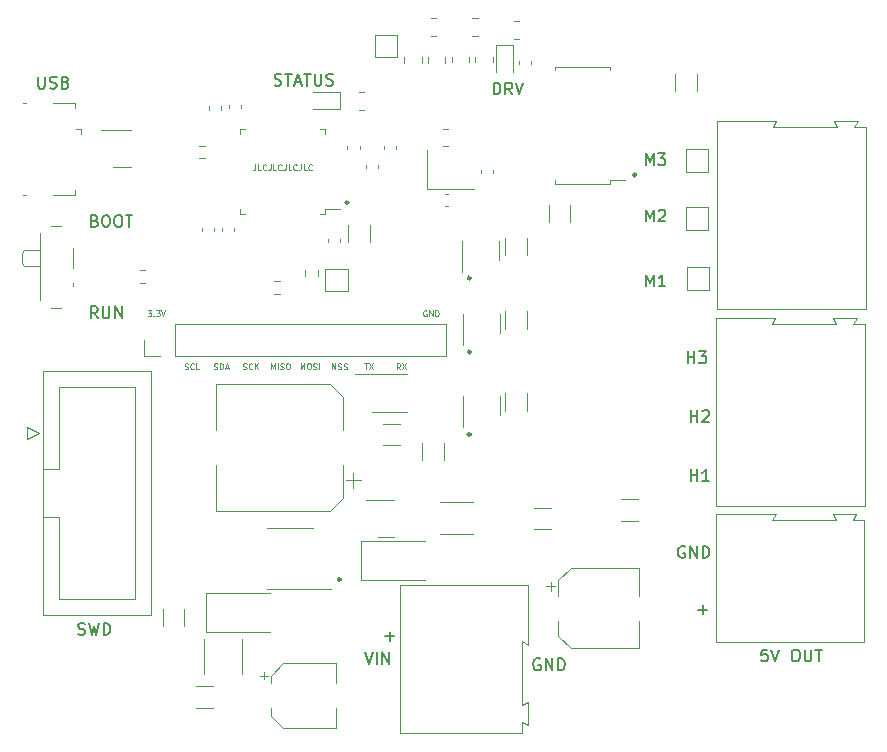
<source format=gbr>
%TF.GenerationSoftware,KiCad,Pcbnew,(6.0.5)*%
%TF.CreationDate,2022-05-23T21:52:17-04:00*%
%TF.ProjectId,HVAC_STM32_Motor_Controller,48564143-5f53-4544-9d33-325f4d6f746f,rev?*%
%TF.SameCoordinates,Original*%
%TF.FileFunction,Legend,Top*%
%TF.FilePolarity,Positive*%
%FSLAX46Y46*%
G04 Gerber Fmt 4.6, Leading zero omitted, Abs format (unit mm)*
G04 Created by KiCad (PCBNEW (6.0.5)) date 2022-05-23 21:52:17*
%MOMM*%
%LPD*%
G01*
G04 APERTURE LIST*
%ADD10C,0.100000*%
%ADD11C,0.177800*%
%ADD12C,0.238900*%
%ADD13C,0.120000*%
G04 APERTURE END LIST*
D10*
X119640476Y-78626190D02*
X119640476Y-78983333D01*
X119616666Y-79054761D01*
X119569047Y-79102380D01*
X119497619Y-79126190D01*
X119450000Y-79126190D01*
X120116666Y-79126190D02*
X119878571Y-79126190D01*
X119878571Y-78626190D01*
X120569047Y-79078571D02*
X120545238Y-79102380D01*
X120473809Y-79126190D01*
X120426190Y-79126190D01*
X120354761Y-79102380D01*
X120307142Y-79054761D01*
X120283333Y-79007142D01*
X120259523Y-78911904D01*
X120259523Y-78840476D01*
X120283333Y-78745238D01*
X120307142Y-78697619D01*
X120354761Y-78650000D01*
X120426190Y-78626190D01*
X120473809Y-78626190D01*
X120545238Y-78650000D01*
X120569047Y-78673809D01*
X120926190Y-78626190D02*
X120926190Y-78983333D01*
X120902380Y-79054761D01*
X120854761Y-79102380D01*
X120783333Y-79126190D01*
X120735714Y-79126190D01*
X121402380Y-79126190D02*
X121164285Y-79126190D01*
X121164285Y-78626190D01*
X121854761Y-79078571D02*
X121830952Y-79102380D01*
X121759523Y-79126190D01*
X121711904Y-79126190D01*
X121640476Y-79102380D01*
X121592857Y-79054761D01*
X121569047Y-79007142D01*
X121545238Y-78911904D01*
X121545238Y-78840476D01*
X121569047Y-78745238D01*
X121592857Y-78697619D01*
X121640476Y-78650000D01*
X121711904Y-78626190D01*
X121759523Y-78626190D01*
X121830952Y-78650000D01*
X121854761Y-78673809D01*
X122211904Y-78626190D02*
X122211904Y-78983333D01*
X122188095Y-79054761D01*
X122140476Y-79102380D01*
X122069047Y-79126190D01*
X122021428Y-79126190D01*
X122688095Y-79126190D02*
X122450000Y-79126190D01*
X122450000Y-78626190D01*
X123140476Y-79078571D02*
X123116666Y-79102380D01*
X123045238Y-79126190D01*
X122997619Y-79126190D01*
X122926190Y-79102380D01*
X122878571Y-79054761D01*
X122854761Y-79007142D01*
X122830952Y-78911904D01*
X122830952Y-78840476D01*
X122854761Y-78745238D01*
X122878571Y-78697619D01*
X122926190Y-78650000D01*
X122997619Y-78626190D01*
X123045238Y-78626190D01*
X123116666Y-78650000D01*
X123140476Y-78673809D01*
X123497619Y-78626190D02*
X123497619Y-78983333D01*
X123473809Y-79054761D01*
X123426190Y-79102380D01*
X123354761Y-79126190D01*
X123307142Y-79126190D01*
X123973809Y-79126190D02*
X123735714Y-79126190D01*
X123735714Y-78626190D01*
X124426190Y-79078571D02*
X124402380Y-79102380D01*
X124330952Y-79126190D01*
X124283333Y-79126190D01*
X124211904Y-79102380D01*
X124164285Y-79054761D01*
X124140476Y-79007142D01*
X124116666Y-78911904D01*
X124116666Y-78840476D01*
X124140476Y-78745238D01*
X124164285Y-78697619D01*
X124211904Y-78650000D01*
X124283333Y-78626190D01*
X124330952Y-78626190D01*
X124402380Y-78650000D01*
X124426190Y-78673809D01*
D11*
X106042857Y-83403571D02*
X106185714Y-83451190D01*
X106233333Y-83498809D01*
X106280952Y-83594047D01*
X106280952Y-83736904D01*
X106233333Y-83832142D01*
X106185714Y-83879761D01*
X106090476Y-83927380D01*
X105709523Y-83927380D01*
X105709523Y-82927380D01*
X106042857Y-82927380D01*
X106138095Y-82975000D01*
X106185714Y-83022619D01*
X106233333Y-83117857D01*
X106233333Y-83213095D01*
X106185714Y-83308333D01*
X106138095Y-83355952D01*
X106042857Y-83403571D01*
X105709523Y-83403571D01*
X106900000Y-82927380D02*
X107090476Y-82927380D01*
X107185714Y-82975000D01*
X107280952Y-83070238D01*
X107328571Y-83260714D01*
X107328571Y-83594047D01*
X107280952Y-83784523D01*
X107185714Y-83879761D01*
X107090476Y-83927380D01*
X106900000Y-83927380D01*
X106804761Y-83879761D01*
X106709523Y-83784523D01*
X106661904Y-83594047D01*
X106661904Y-83260714D01*
X106709523Y-83070238D01*
X106804761Y-82975000D01*
X106900000Y-82927380D01*
X107947619Y-82927380D02*
X108138095Y-82927380D01*
X108233333Y-82975000D01*
X108328571Y-83070238D01*
X108376190Y-83260714D01*
X108376190Y-83594047D01*
X108328571Y-83784523D01*
X108233333Y-83879761D01*
X108138095Y-83927380D01*
X107947619Y-83927380D01*
X107852380Y-83879761D01*
X107757142Y-83784523D01*
X107709523Y-83594047D01*
X107709523Y-83260714D01*
X107757142Y-83070238D01*
X107852380Y-82975000D01*
X107947619Y-82927380D01*
X108661904Y-82927380D02*
X109233333Y-82927380D01*
X108947619Y-83927380D02*
X108947619Y-82927380D01*
D12*
X126869450Y-113750000D02*
G75*
G03*
X126869450Y-113750000I-119450J0D01*
G01*
X137869450Y-101500000D02*
G75*
G03*
X137869450Y-101500000I-119450J0D01*
G01*
X137869450Y-94500000D02*
G75*
G03*
X137869450Y-94500000I-119450J0D01*
G01*
X137869450Y-88250000D02*
G75*
G03*
X137869450Y-88250000I-119450J0D01*
G01*
X151869450Y-79500000D02*
G75*
G03*
X151869450Y-79500000I-119450J0D01*
G01*
X127519450Y-81850000D02*
G75*
G03*
X127519450Y-81850000I-119450J0D01*
G01*
D11*
X155988095Y-111000000D02*
X155892857Y-110952380D01*
X155750000Y-110952380D01*
X155607142Y-111000000D01*
X155511904Y-111095238D01*
X155464285Y-111190476D01*
X155416666Y-111380952D01*
X155416666Y-111523809D01*
X155464285Y-111714285D01*
X155511904Y-111809523D01*
X155607142Y-111904761D01*
X155750000Y-111952380D01*
X155845238Y-111952380D01*
X155988095Y-111904761D01*
X156035714Y-111857142D01*
X156035714Y-111523809D01*
X155845238Y-111523809D01*
X156464285Y-111952380D02*
X156464285Y-110952380D01*
X157035714Y-111952380D01*
X157035714Y-110952380D01*
X157511904Y-111952380D02*
X157511904Y-110952380D01*
X157750000Y-110952380D01*
X157892857Y-111000000D01*
X157988095Y-111095238D01*
X158035714Y-111190476D01*
X158083333Y-111380952D01*
X158083333Y-111523809D01*
X158035714Y-111714285D01*
X157988095Y-111809523D01*
X157892857Y-111904761D01*
X157750000Y-111952380D01*
X157511904Y-111952380D01*
X101238095Y-71202380D02*
X101238095Y-72011904D01*
X101285714Y-72107142D01*
X101333333Y-72154761D01*
X101428571Y-72202380D01*
X101619047Y-72202380D01*
X101714285Y-72154761D01*
X101761904Y-72107142D01*
X101809523Y-72011904D01*
X101809523Y-71202380D01*
X102238095Y-72154761D02*
X102380952Y-72202380D01*
X102619047Y-72202380D01*
X102714285Y-72154761D01*
X102761904Y-72107142D01*
X102809523Y-72011904D01*
X102809523Y-71916666D01*
X102761904Y-71821428D01*
X102714285Y-71773809D01*
X102619047Y-71726190D01*
X102428571Y-71678571D01*
X102333333Y-71630952D01*
X102285714Y-71583333D01*
X102238095Y-71488095D01*
X102238095Y-71392857D01*
X102285714Y-71297619D01*
X102333333Y-71250000D01*
X102428571Y-71202380D01*
X102666666Y-71202380D01*
X102809523Y-71250000D01*
X103571428Y-71678571D02*
X103714285Y-71726190D01*
X103761904Y-71773809D01*
X103809523Y-71869047D01*
X103809523Y-72011904D01*
X103761904Y-72107142D01*
X103714285Y-72154761D01*
X103619047Y-72202380D01*
X103238095Y-72202380D01*
X103238095Y-71202380D01*
X103571428Y-71202380D01*
X103666666Y-71250000D01*
X103714285Y-71297619D01*
X103761904Y-71392857D01*
X103761904Y-71488095D01*
X103714285Y-71583333D01*
X103666666Y-71630952D01*
X103571428Y-71678571D01*
X103238095Y-71678571D01*
X152690476Y-78702380D02*
X152690476Y-77702380D01*
X153023809Y-78416666D01*
X153357142Y-77702380D01*
X153357142Y-78702380D01*
X153738095Y-77702380D02*
X154357142Y-77702380D01*
X154023809Y-78083333D01*
X154166666Y-78083333D01*
X154261904Y-78130952D01*
X154309523Y-78178571D01*
X154357142Y-78273809D01*
X154357142Y-78511904D01*
X154309523Y-78607142D01*
X154261904Y-78654761D01*
X154166666Y-78702380D01*
X153880952Y-78702380D01*
X153785714Y-78654761D01*
X153738095Y-78607142D01*
X152690476Y-83452380D02*
X152690476Y-82452380D01*
X153023809Y-83166666D01*
X153357142Y-82452380D01*
X153357142Y-83452380D01*
X153785714Y-82547619D02*
X153833333Y-82500000D01*
X153928571Y-82452380D01*
X154166666Y-82452380D01*
X154261904Y-82500000D01*
X154309523Y-82547619D01*
X154357142Y-82642857D01*
X154357142Y-82738095D01*
X154309523Y-82880952D01*
X153738095Y-83452380D01*
X154357142Y-83452380D01*
X152690476Y-88952380D02*
X152690476Y-87952380D01*
X153023809Y-88666666D01*
X153357142Y-87952380D01*
X153357142Y-88952380D01*
X154357142Y-88952380D02*
X153785714Y-88952380D01*
X154071428Y-88952380D02*
X154071428Y-87952380D01*
X153976190Y-88095238D01*
X153880952Y-88190476D01*
X153785714Y-88238095D01*
X156238095Y-95452380D02*
X156238095Y-94452380D01*
X156238095Y-94928571D02*
X156809523Y-94928571D01*
X156809523Y-95452380D02*
X156809523Y-94452380D01*
X157190476Y-94452380D02*
X157809523Y-94452380D01*
X157476190Y-94833333D01*
X157619047Y-94833333D01*
X157714285Y-94880952D01*
X157761904Y-94928571D01*
X157809523Y-95023809D01*
X157809523Y-95261904D01*
X157761904Y-95357142D01*
X157714285Y-95404761D01*
X157619047Y-95452380D01*
X157333333Y-95452380D01*
X157238095Y-95404761D01*
X157190476Y-95357142D01*
X156488095Y-100452380D02*
X156488095Y-99452380D01*
X156488095Y-99928571D02*
X157059523Y-99928571D01*
X157059523Y-100452380D02*
X157059523Y-99452380D01*
X157488095Y-99547619D02*
X157535714Y-99500000D01*
X157630952Y-99452380D01*
X157869047Y-99452380D01*
X157964285Y-99500000D01*
X158011904Y-99547619D01*
X158059523Y-99642857D01*
X158059523Y-99738095D01*
X158011904Y-99880952D01*
X157440476Y-100452380D01*
X158059523Y-100452380D01*
X156488095Y-105452380D02*
X156488095Y-104452380D01*
X156488095Y-104928571D02*
X157059523Y-104928571D01*
X157059523Y-105452380D02*
X157059523Y-104452380D01*
X158059523Y-105452380D02*
X157488095Y-105452380D01*
X157773809Y-105452380D02*
X157773809Y-104452380D01*
X157678571Y-104595238D01*
X157583333Y-104690476D01*
X157488095Y-104738095D01*
X157119047Y-116321428D02*
X157880952Y-116321428D01*
X157500000Y-116702380D02*
X157500000Y-115940476D01*
X163000000Y-119702380D02*
X162523809Y-119702380D01*
X162476190Y-120178571D01*
X162523809Y-120130952D01*
X162619047Y-120083333D01*
X162857142Y-120083333D01*
X162952380Y-120130952D01*
X163000000Y-120178571D01*
X163047619Y-120273809D01*
X163047619Y-120511904D01*
X163000000Y-120607142D01*
X162952380Y-120654761D01*
X162857142Y-120702380D01*
X162619047Y-120702380D01*
X162523809Y-120654761D01*
X162476190Y-120607142D01*
X163333333Y-119702380D02*
X163666666Y-120702380D01*
X164000000Y-119702380D01*
X165285714Y-119702380D02*
X165476190Y-119702380D01*
X165571428Y-119750000D01*
X165666666Y-119845238D01*
X165714285Y-120035714D01*
X165714285Y-120369047D01*
X165666666Y-120559523D01*
X165571428Y-120654761D01*
X165476190Y-120702380D01*
X165285714Y-120702380D01*
X165190476Y-120654761D01*
X165095238Y-120559523D01*
X165047619Y-120369047D01*
X165047619Y-120035714D01*
X165095238Y-119845238D01*
X165190476Y-119750000D01*
X165285714Y-119702380D01*
X166142857Y-119702380D02*
X166142857Y-120511904D01*
X166190476Y-120607142D01*
X166238095Y-120654761D01*
X166333333Y-120702380D01*
X166523809Y-120702380D01*
X166619047Y-120654761D01*
X166666666Y-120607142D01*
X166714285Y-120511904D01*
X166714285Y-119702380D01*
X167047619Y-119702380D02*
X167619047Y-119702380D01*
X167333333Y-120702380D02*
X167333333Y-119702380D01*
X130619047Y-118571428D02*
X131380952Y-118571428D01*
X131000000Y-118952380D02*
X131000000Y-118190476D01*
X143738095Y-120500000D02*
X143642857Y-120452380D01*
X143500000Y-120452380D01*
X143357142Y-120500000D01*
X143261904Y-120595238D01*
X143214285Y-120690476D01*
X143166666Y-120880952D01*
X143166666Y-121023809D01*
X143214285Y-121214285D01*
X143261904Y-121309523D01*
X143357142Y-121404761D01*
X143500000Y-121452380D01*
X143595238Y-121452380D01*
X143738095Y-121404761D01*
X143785714Y-121357142D01*
X143785714Y-121023809D01*
X143595238Y-121023809D01*
X144214285Y-121452380D02*
X144214285Y-120452380D01*
X144785714Y-121452380D01*
X144785714Y-120452380D01*
X145261904Y-121452380D02*
X145261904Y-120452380D01*
X145500000Y-120452380D01*
X145642857Y-120500000D01*
X145738095Y-120595238D01*
X145785714Y-120690476D01*
X145833333Y-120880952D01*
X145833333Y-121023809D01*
X145785714Y-121214285D01*
X145738095Y-121309523D01*
X145642857Y-121404761D01*
X145500000Y-121452380D01*
X145261904Y-121452380D01*
X128904761Y-119952380D02*
X129238095Y-120952380D01*
X129571428Y-119952380D01*
X129904761Y-120952380D02*
X129904761Y-119952380D01*
X130380952Y-120952380D02*
X130380952Y-119952380D01*
X130952380Y-120952380D01*
X130952380Y-119952380D01*
X121273809Y-71904761D02*
X121416666Y-71952380D01*
X121654761Y-71952380D01*
X121750000Y-71904761D01*
X121797619Y-71857142D01*
X121845238Y-71761904D01*
X121845238Y-71666666D01*
X121797619Y-71571428D01*
X121750000Y-71523809D01*
X121654761Y-71476190D01*
X121464285Y-71428571D01*
X121369047Y-71380952D01*
X121321428Y-71333333D01*
X121273809Y-71238095D01*
X121273809Y-71142857D01*
X121321428Y-71047619D01*
X121369047Y-71000000D01*
X121464285Y-70952380D01*
X121702380Y-70952380D01*
X121845238Y-71000000D01*
X122130952Y-70952380D02*
X122702380Y-70952380D01*
X122416666Y-71952380D02*
X122416666Y-70952380D01*
X122988095Y-71666666D02*
X123464285Y-71666666D01*
X122892857Y-71952380D02*
X123226190Y-70952380D01*
X123559523Y-71952380D01*
X123750000Y-70952380D02*
X124321428Y-70952380D01*
X124035714Y-71952380D02*
X124035714Y-70952380D01*
X124654761Y-70952380D02*
X124654761Y-71761904D01*
X124702380Y-71857142D01*
X124750000Y-71904761D01*
X124845238Y-71952380D01*
X125035714Y-71952380D01*
X125130952Y-71904761D01*
X125178571Y-71857142D01*
X125226190Y-71761904D01*
X125226190Y-70952380D01*
X125654761Y-71904761D02*
X125797619Y-71952380D01*
X126035714Y-71952380D01*
X126130952Y-71904761D01*
X126178571Y-71857142D01*
X126226190Y-71761904D01*
X126226190Y-71666666D01*
X126178571Y-71571428D01*
X126130952Y-71523809D01*
X126035714Y-71476190D01*
X125845238Y-71428571D01*
X125750000Y-71380952D01*
X125702380Y-71333333D01*
X125654761Y-71238095D01*
X125654761Y-71142857D01*
X125702380Y-71047619D01*
X125750000Y-71000000D01*
X125845238Y-70952380D01*
X126083333Y-70952380D01*
X126226190Y-71000000D01*
X139809523Y-72702380D02*
X139809523Y-71702380D01*
X140047619Y-71702380D01*
X140190476Y-71750000D01*
X140285714Y-71845238D01*
X140333333Y-71940476D01*
X140380952Y-72130952D01*
X140380952Y-72273809D01*
X140333333Y-72464285D01*
X140285714Y-72559523D01*
X140190476Y-72654761D01*
X140047619Y-72702380D01*
X139809523Y-72702380D01*
X141380952Y-72702380D02*
X141047619Y-72226190D01*
X140809523Y-72702380D02*
X140809523Y-71702380D01*
X141190476Y-71702380D01*
X141285714Y-71750000D01*
X141333333Y-71797619D01*
X141380952Y-71892857D01*
X141380952Y-72035714D01*
X141333333Y-72130952D01*
X141285714Y-72178571D01*
X141190476Y-72226190D01*
X140809523Y-72226190D01*
X141666666Y-71702380D02*
X142000000Y-72702380D01*
X142333333Y-71702380D01*
D10*
X110511904Y-90976190D02*
X110821428Y-90976190D01*
X110654761Y-91166666D01*
X110726190Y-91166666D01*
X110773809Y-91190476D01*
X110797619Y-91214285D01*
X110821428Y-91261904D01*
X110821428Y-91380952D01*
X110797619Y-91428571D01*
X110773809Y-91452380D01*
X110726190Y-91476190D01*
X110583333Y-91476190D01*
X110535714Y-91452380D01*
X110511904Y-91428571D01*
X111035714Y-91428571D02*
X111059523Y-91452380D01*
X111035714Y-91476190D01*
X111011904Y-91452380D01*
X111035714Y-91428571D01*
X111035714Y-91476190D01*
X111226190Y-90976190D02*
X111535714Y-90976190D01*
X111369047Y-91166666D01*
X111440476Y-91166666D01*
X111488095Y-91190476D01*
X111511904Y-91214285D01*
X111535714Y-91261904D01*
X111535714Y-91380952D01*
X111511904Y-91428571D01*
X111488095Y-91452380D01*
X111440476Y-91476190D01*
X111297619Y-91476190D01*
X111250000Y-91452380D01*
X111226190Y-91428571D01*
X111678571Y-90976190D02*
X111845238Y-91476190D01*
X112011904Y-90976190D01*
X134119047Y-91000000D02*
X134071428Y-90976190D01*
X134000000Y-90976190D01*
X133928571Y-91000000D01*
X133880952Y-91047619D01*
X133857142Y-91095238D01*
X133833333Y-91190476D01*
X133833333Y-91261904D01*
X133857142Y-91357142D01*
X133880952Y-91404761D01*
X133928571Y-91452380D01*
X134000000Y-91476190D01*
X134047619Y-91476190D01*
X134119047Y-91452380D01*
X134142857Y-91428571D01*
X134142857Y-91261904D01*
X134047619Y-91261904D01*
X134357142Y-91476190D02*
X134357142Y-90976190D01*
X134642857Y-91476190D01*
X134642857Y-90976190D01*
X134880952Y-91476190D02*
X134880952Y-90976190D01*
X135000000Y-90976190D01*
X135071428Y-91000000D01*
X135119047Y-91047619D01*
X135142857Y-91095238D01*
X135166666Y-91190476D01*
X135166666Y-91261904D01*
X135142857Y-91357142D01*
X135119047Y-91404761D01*
X135071428Y-91452380D01*
X135000000Y-91476190D01*
X134880952Y-91476190D01*
X131916666Y-95976190D02*
X131750000Y-95738095D01*
X131630952Y-95976190D02*
X131630952Y-95476190D01*
X131821428Y-95476190D01*
X131869047Y-95500000D01*
X131892857Y-95523809D01*
X131916666Y-95571428D01*
X131916666Y-95642857D01*
X131892857Y-95690476D01*
X131869047Y-95714285D01*
X131821428Y-95738095D01*
X131630952Y-95738095D01*
X132083333Y-95476190D02*
X132416666Y-95976190D01*
X132416666Y-95476190D02*
X132083333Y-95976190D01*
X128869047Y-95476190D02*
X129154761Y-95476190D01*
X129011904Y-95976190D02*
X129011904Y-95476190D01*
X129273809Y-95476190D02*
X129607142Y-95976190D01*
X129607142Y-95476190D02*
X129273809Y-95976190D01*
X126130952Y-95976190D02*
X126130952Y-95476190D01*
X126416666Y-95976190D01*
X126416666Y-95476190D01*
X126630952Y-95952380D02*
X126702380Y-95976190D01*
X126821428Y-95976190D01*
X126869047Y-95952380D01*
X126892857Y-95928571D01*
X126916666Y-95880952D01*
X126916666Y-95833333D01*
X126892857Y-95785714D01*
X126869047Y-95761904D01*
X126821428Y-95738095D01*
X126726190Y-95714285D01*
X126678571Y-95690476D01*
X126654761Y-95666666D01*
X126630952Y-95619047D01*
X126630952Y-95571428D01*
X126654761Y-95523809D01*
X126678571Y-95500000D01*
X126726190Y-95476190D01*
X126845238Y-95476190D01*
X126916666Y-95500000D01*
X127107142Y-95952380D02*
X127178571Y-95976190D01*
X127297619Y-95976190D01*
X127345238Y-95952380D01*
X127369047Y-95928571D01*
X127392857Y-95880952D01*
X127392857Y-95833333D01*
X127369047Y-95785714D01*
X127345238Y-95761904D01*
X127297619Y-95738095D01*
X127202380Y-95714285D01*
X127154761Y-95690476D01*
X127130952Y-95666666D01*
X127107142Y-95619047D01*
X127107142Y-95571428D01*
X127130952Y-95523809D01*
X127154761Y-95500000D01*
X127202380Y-95476190D01*
X127321428Y-95476190D01*
X127392857Y-95500000D01*
X123464285Y-95976190D02*
X123464285Y-95476190D01*
X123630952Y-95833333D01*
X123797619Y-95476190D01*
X123797619Y-95976190D01*
X124130952Y-95476190D02*
X124226190Y-95476190D01*
X124273809Y-95500000D01*
X124321428Y-95547619D01*
X124345238Y-95642857D01*
X124345238Y-95809523D01*
X124321428Y-95904761D01*
X124273809Y-95952380D01*
X124226190Y-95976190D01*
X124130952Y-95976190D01*
X124083333Y-95952380D01*
X124035714Y-95904761D01*
X124011904Y-95809523D01*
X124011904Y-95642857D01*
X124035714Y-95547619D01*
X124083333Y-95500000D01*
X124130952Y-95476190D01*
X124535714Y-95952380D02*
X124607142Y-95976190D01*
X124726190Y-95976190D01*
X124773809Y-95952380D01*
X124797619Y-95928571D01*
X124821428Y-95880952D01*
X124821428Y-95833333D01*
X124797619Y-95785714D01*
X124773809Y-95761904D01*
X124726190Y-95738095D01*
X124630952Y-95714285D01*
X124583333Y-95690476D01*
X124559523Y-95666666D01*
X124535714Y-95619047D01*
X124535714Y-95571428D01*
X124559523Y-95523809D01*
X124583333Y-95500000D01*
X124630952Y-95476190D01*
X124750000Y-95476190D01*
X124821428Y-95500000D01*
X125035714Y-95976190D02*
X125035714Y-95476190D01*
X120964285Y-95976190D02*
X120964285Y-95476190D01*
X121130952Y-95833333D01*
X121297619Y-95476190D01*
X121297619Y-95976190D01*
X121535714Y-95976190D02*
X121535714Y-95476190D01*
X121750000Y-95952380D02*
X121821428Y-95976190D01*
X121940476Y-95976190D01*
X121988095Y-95952380D01*
X122011904Y-95928571D01*
X122035714Y-95880952D01*
X122035714Y-95833333D01*
X122011904Y-95785714D01*
X121988095Y-95761904D01*
X121940476Y-95738095D01*
X121845238Y-95714285D01*
X121797619Y-95690476D01*
X121773809Y-95666666D01*
X121750000Y-95619047D01*
X121750000Y-95571428D01*
X121773809Y-95523809D01*
X121797619Y-95500000D01*
X121845238Y-95476190D01*
X121964285Y-95476190D01*
X122035714Y-95500000D01*
X122345238Y-95476190D02*
X122440476Y-95476190D01*
X122488095Y-95500000D01*
X122535714Y-95547619D01*
X122559523Y-95642857D01*
X122559523Y-95809523D01*
X122535714Y-95904761D01*
X122488095Y-95952380D01*
X122440476Y-95976190D01*
X122345238Y-95976190D01*
X122297619Y-95952380D01*
X122250000Y-95904761D01*
X122226190Y-95809523D01*
X122226190Y-95642857D01*
X122250000Y-95547619D01*
X122297619Y-95500000D01*
X122345238Y-95476190D01*
X118607142Y-95952380D02*
X118678571Y-95976190D01*
X118797619Y-95976190D01*
X118845238Y-95952380D01*
X118869047Y-95928571D01*
X118892857Y-95880952D01*
X118892857Y-95833333D01*
X118869047Y-95785714D01*
X118845238Y-95761904D01*
X118797619Y-95738095D01*
X118702380Y-95714285D01*
X118654761Y-95690476D01*
X118630952Y-95666666D01*
X118607142Y-95619047D01*
X118607142Y-95571428D01*
X118630952Y-95523809D01*
X118654761Y-95500000D01*
X118702380Y-95476190D01*
X118821428Y-95476190D01*
X118892857Y-95500000D01*
X119392857Y-95928571D02*
X119369047Y-95952380D01*
X119297619Y-95976190D01*
X119250000Y-95976190D01*
X119178571Y-95952380D01*
X119130952Y-95904761D01*
X119107142Y-95857142D01*
X119083333Y-95761904D01*
X119083333Y-95690476D01*
X119107142Y-95595238D01*
X119130952Y-95547619D01*
X119178571Y-95500000D01*
X119250000Y-95476190D01*
X119297619Y-95476190D01*
X119369047Y-95500000D01*
X119392857Y-95523809D01*
X119607142Y-95976190D02*
X119607142Y-95476190D01*
X119892857Y-95976190D02*
X119678571Y-95690476D01*
X119892857Y-95476190D02*
X119607142Y-95761904D01*
X116142857Y-95952380D02*
X116214285Y-95976190D01*
X116333333Y-95976190D01*
X116380952Y-95952380D01*
X116404761Y-95928571D01*
X116428571Y-95880952D01*
X116428571Y-95833333D01*
X116404761Y-95785714D01*
X116380952Y-95761904D01*
X116333333Y-95738095D01*
X116238095Y-95714285D01*
X116190476Y-95690476D01*
X116166666Y-95666666D01*
X116142857Y-95619047D01*
X116142857Y-95571428D01*
X116166666Y-95523809D01*
X116190476Y-95500000D01*
X116238095Y-95476190D01*
X116357142Y-95476190D01*
X116428571Y-95500000D01*
X116642857Y-95976190D02*
X116642857Y-95476190D01*
X116761904Y-95476190D01*
X116833333Y-95500000D01*
X116880952Y-95547619D01*
X116904761Y-95595238D01*
X116928571Y-95690476D01*
X116928571Y-95761904D01*
X116904761Y-95857142D01*
X116880952Y-95904761D01*
X116833333Y-95952380D01*
X116761904Y-95976190D01*
X116642857Y-95976190D01*
X117119047Y-95833333D02*
X117357142Y-95833333D01*
X117071428Y-95976190D02*
X117238095Y-95476190D01*
X117404761Y-95976190D01*
X113654761Y-95952380D02*
X113726190Y-95976190D01*
X113845238Y-95976190D01*
X113892857Y-95952380D01*
X113916666Y-95928571D01*
X113940476Y-95880952D01*
X113940476Y-95833333D01*
X113916666Y-95785714D01*
X113892857Y-95761904D01*
X113845238Y-95738095D01*
X113750000Y-95714285D01*
X113702380Y-95690476D01*
X113678571Y-95666666D01*
X113654761Y-95619047D01*
X113654761Y-95571428D01*
X113678571Y-95523809D01*
X113702380Y-95500000D01*
X113750000Y-95476190D01*
X113869047Y-95476190D01*
X113940476Y-95500000D01*
X114440476Y-95928571D02*
X114416666Y-95952380D01*
X114345238Y-95976190D01*
X114297619Y-95976190D01*
X114226190Y-95952380D01*
X114178571Y-95904761D01*
X114154761Y-95857142D01*
X114130952Y-95761904D01*
X114130952Y-95690476D01*
X114154761Y-95595238D01*
X114178571Y-95547619D01*
X114226190Y-95500000D01*
X114297619Y-95476190D01*
X114345238Y-95476190D01*
X114416666Y-95500000D01*
X114440476Y-95523809D01*
X114892857Y-95976190D02*
X114654761Y-95976190D01*
X114654761Y-95476190D01*
D11*
X106286904Y-91652380D02*
X105953571Y-91176190D01*
X105715476Y-91652380D02*
X105715476Y-90652380D01*
X106096428Y-90652380D01*
X106191666Y-90700000D01*
X106239285Y-90747619D01*
X106286904Y-90842857D01*
X106286904Y-90985714D01*
X106239285Y-91080952D01*
X106191666Y-91128571D01*
X106096428Y-91176190D01*
X105715476Y-91176190D01*
X106715476Y-90652380D02*
X106715476Y-91461904D01*
X106763095Y-91557142D01*
X106810714Y-91604761D01*
X106905952Y-91652380D01*
X107096428Y-91652380D01*
X107191666Y-91604761D01*
X107239285Y-91557142D01*
X107286904Y-91461904D01*
X107286904Y-90652380D01*
X107763095Y-91652380D02*
X107763095Y-90652380D01*
X108334523Y-91652380D01*
X108334523Y-90652380D01*
X104642857Y-118404761D02*
X104785714Y-118452380D01*
X105023809Y-118452380D01*
X105119047Y-118404761D01*
X105166666Y-118357142D01*
X105214285Y-118261904D01*
X105214285Y-118166666D01*
X105166666Y-118071428D01*
X105119047Y-118023809D01*
X105023809Y-117976190D01*
X104833333Y-117928571D01*
X104738095Y-117880952D01*
X104690476Y-117833333D01*
X104642857Y-117738095D01*
X104642857Y-117642857D01*
X104690476Y-117547619D01*
X104738095Y-117500000D01*
X104833333Y-117452380D01*
X105071428Y-117452380D01*
X105214285Y-117500000D01*
X105547619Y-117452380D02*
X105785714Y-118452380D01*
X105976190Y-117738095D01*
X106166666Y-118452380D01*
X106404761Y-117452380D01*
X106785714Y-118452380D02*
X106785714Y-117452380D01*
X107023809Y-117452380D01*
X107166666Y-117500000D01*
X107261904Y-117595238D01*
X107309523Y-117690476D01*
X107357142Y-117880952D01*
X107357142Y-118023809D01*
X107309523Y-118214285D01*
X107261904Y-118309523D01*
X107166666Y-118404761D01*
X107023809Y-118452380D01*
X106785714Y-118452380D01*
D13*
%TO.C,R4*%
X111790000Y-117727064D02*
X111790000Y-116272936D01*
X113610000Y-117727064D02*
X113610000Y-116272936D01*
%TO.C,J1*%
X101292500Y-101370000D02*
X100292500Y-100870000D01*
X110802500Y-116740000D02*
X101682500Y-116740000D01*
X109492500Y-97460000D02*
X109492500Y-115440000D01*
X100292500Y-101870000D02*
X101292500Y-101370000D01*
X100292500Y-100870000D02*
X100292500Y-101870000D01*
X101682500Y-104400000D02*
X102992500Y-104400000D01*
X102992500Y-97460000D02*
X109492500Y-97460000D01*
X101682500Y-116740000D02*
X101682500Y-96160000D01*
X109492500Y-115440000D02*
X102992500Y-115440000D01*
X101682500Y-96160000D02*
X110802500Y-96160000D01*
X102992500Y-108500000D02*
X101682500Y-108500000D01*
X110802500Y-96160000D02*
X110802500Y-116740000D01*
X102992500Y-108500000D02*
X102992500Y-108500000D01*
X102992500Y-104400000D02*
X102992500Y-97460000D01*
X102992500Y-115440000D02*
X102992500Y-108500000D01*
%TO.C,TP7*%
X157960000Y-79245000D02*
X156060000Y-79245000D01*
X157960000Y-77345000D02*
X157960000Y-79245000D01*
X156060000Y-79245000D02*
X156060000Y-77345000D01*
X156060000Y-77345000D02*
X157960000Y-77345000D01*
%TO.C,C18*%
X146310000Y-82088748D02*
X146310000Y-83511252D01*
X144490000Y-82088748D02*
X144490000Y-83511252D01*
%TO.C,U3*%
X108350000Y-78810000D02*
X107550000Y-78810000D01*
X108350000Y-75690000D02*
X109150000Y-75690000D01*
X108350000Y-75690000D02*
X106550000Y-75690000D01*
X108350000Y-78810000D02*
X109150000Y-78810000D01*
%TO.C,C1*%
X129310000Y-85161252D02*
X129310000Y-83738748D01*
X127490000Y-85161252D02*
X127490000Y-83738748D01*
%TO.C,R16*%
X141522936Y-67985000D02*
X141977064Y-67985000D01*
X141522936Y-66515000D02*
X141977064Y-66515000D01*
%TO.C,R5*%
X110337258Y-88647500D02*
X109862742Y-88647500D01*
X110337258Y-87602500D02*
X109862742Y-87602500D01*
%TO.C,TP1*%
X131650000Y-69550000D02*
X129750000Y-69550000D01*
X129750000Y-67650000D02*
X131650000Y-67650000D01*
X131650000Y-67650000D02*
X131650000Y-69550000D01*
X129750000Y-69550000D02*
X129750000Y-67650000D01*
%TO.C,C8*%
X115727500Y-73709420D02*
X115727500Y-73990580D01*
X116747500Y-73709420D02*
X116747500Y-73990580D01*
%TO.C,R7*%
X135977064Y-75615000D02*
X135522936Y-75615000D01*
X135977064Y-77085000D02*
X135522936Y-77085000D01*
%TO.C,L2*%
X130540000Y-77037221D02*
X130540000Y-77362779D01*
X131560000Y-77037221D02*
X131560000Y-77362779D01*
%TO.C,R20*%
X138265000Y-69522936D02*
X138265000Y-69977064D01*
X139735000Y-69522936D02*
X139735000Y-69977064D01*
%TO.C,D1*%
X126835000Y-72465000D02*
X124550000Y-72465000D01*
X126835000Y-73935000D02*
X126835000Y-72465000D01*
X124550000Y-73935000D02*
X126835000Y-73935000D01*
%TO.C,Y1*%
X134150000Y-80750000D02*
X138150000Y-80750000D01*
X134150000Y-77450000D02*
X134150000Y-80750000D01*
%TO.C,C6*%
X116827500Y-84290580D02*
X116827500Y-84009420D01*
X117847500Y-84290580D02*
X117847500Y-84009420D01*
%TO.C,C7*%
X127060000Y-98304437D02*
X127060000Y-101090000D01*
X127060000Y-98304437D02*
X125995563Y-97240000D01*
X116340000Y-97240000D02*
X116340000Y-101090000D01*
X125995563Y-97240000D02*
X116340000Y-97240000D01*
X116340000Y-107960000D02*
X116340000Y-104110000D01*
X128550000Y-105360000D02*
X127300000Y-105360000D01*
X127925000Y-105985000D02*
X127925000Y-104735000D01*
X127060000Y-106895563D02*
X127060000Y-104110000D01*
X125995563Y-107960000D02*
X116340000Y-107960000D01*
X127060000Y-106895563D02*
X125995563Y-107960000D01*
%TO.C,C4*%
X115127500Y-84290580D02*
X115127500Y-84009420D01*
X116147500Y-84290580D02*
X116147500Y-84009420D01*
%TO.C,R13*%
X133790000Y-102172936D02*
X133790000Y-103627064D01*
X135610000Y-102172936D02*
X135610000Y-103627064D01*
%TO.C,C14*%
X144636252Y-107690000D02*
X143213748Y-107690000D01*
X144636252Y-109510000D02*
X143213748Y-109510000D01*
%TO.C,TP6*%
X156060000Y-84145000D02*
X156060000Y-82245000D01*
X157960000Y-82245000D02*
X157960000Y-84145000D01*
X156060000Y-82245000D02*
X157960000Y-82245000D01*
X157960000Y-84145000D02*
X156060000Y-84145000D01*
%TO.C,C10*%
X130010000Y-78940580D02*
X130010000Y-78659420D01*
X128990000Y-78940580D02*
X128990000Y-78659420D01*
%TO.C,J9*%
X171200000Y-119050000D02*
X171200000Y-108700000D01*
X158600000Y-119050000D02*
X171200000Y-119050000D01*
X170250000Y-108700000D02*
X170500000Y-108200000D01*
X168600000Y-108200000D02*
X168550000Y-108200000D01*
X158600000Y-108200000D02*
X158600000Y-119050000D01*
X163400000Y-108700000D02*
X163700000Y-108200000D01*
X171200000Y-108700000D02*
X170250000Y-108700000D01*
X170500000Y-108200000D02*
X168600000Y-108200000D01*
X163700000Y-108200000D02*
X158600000Y-108200000D01*
X168550000Y-108200000D02*
X168800000Y-108700000D01*
X168800000Y-108700000D02*
X163400000Y-108700000D01*
%TO.C,R6*%
X121212742Y-89572500D02*
X121687258Y-89572500D01*
X121212742Y-88527500D02*
X121687258Y-88527500D01*
%TO.C,U8*%
X140360000Y-92100000D02*
X140360000Y-92900000D01*
X137240000Y-92100000D02*
X137240000Y-93900000D01*
X140360000Y-92100000D02*
X140360000Y-91300000D01*
X137240000Y-92100000D02*
X137240000Y-91300000D01*
%TO.C,R19*%
X138022936Y-66265000D02*
X138477064Y-66265000D01*
X138022936Y-67735000D02*
X138477064Y-67735000D01*
%TO.C,D3*%
X128600000Y-110550000D02*
X128600000Y-113850000D01*
X128600000Y-110550000D02*
X134000000Y-110550000D01*
X128600000Y-113850000D02*
X134000000Y-113850000D01*
%TO.C,Q1*%
X130700000Y-107040000D02*
X131350000Y-107040000D01*
X130700000Y-110160000D02*
X130050000Y-110160000D01*
X130700000Y-107040000D02*
X129025000Y-107040000D01*
X130700000Y-110160000D02*
X131350000Y-110160000D01*
%TO.C,U7*%
X131000000Y-99610000D02*
X129500000Y-99610000D01*
X131000000Y-96390000D02*
X128075000Y-96390000D01*
X131000000Y-96390000D02*
X132500000Y-96390000D01*
X131000000Y-99610000D02*
X132500000Y-99610000D01*
%TO.C,U5*%
X137140000Y-85900000D02*
X137140000Y-87700000D01*
X137140000Y-85900000D02*
X137140000Y-85100000D01*
X140260000Y-85900000D02*
X140260000Y-85100000D01*
X140260000Y-85900000D02*
X140260000Y-86700000D01*
%TO.C,SW1*%
X104220000Y-88700000D02*
X104220000Y-88900000D01*
X99870000Y-86100000D02*
X99870000Y-87000000D01*
X100080000Y-85900000D02*
X99870000Y-86100000D01*
X102380000Y-90750000D02*
X103170000Y-90750000D01*
X100080000Y-87200000D02*
X101370000Y-87200000D01*
X101370000Y-84450000D02*
X101370000Y-90150000D01*
X100080000Y-87200000D02*
X99870000Y-87000000D01*
X101370000Y-85900000D02*
X100080000Y-85900000D01*
X104220000Y-85700000D02*
X104220000Y-87400000D01*
X103170000Y-83850000D02*
X102380000Y-83850000D01*
%TO.C,C5*%
X120940000Y-121904437D02*
X120940000Y-122540000D01*
X122004437Y-120840000D02*
X126460000Y-120840000D01*
X120387500Y-121602500D02*
X120387500Y-122227500D01*
X120940000Y-121904437D02*
X122004437Y-120840000D01*
X120940000Y-125295563D02*
X120940000Y-124660000D01*
X126460000Y-120840000D02*
X126460000Y-122540000D01*
X126460000Y-126360000D02*
X126460000Y-124660000D01*
X120940000Y-125295563D02*
X122004437Y-126360000D01*
X122004437Y-126360000D02*
X126460000Y-126360000D01*
X120075000Y-121915000D02*
X120700000Y-121915000D01*
%TO.C,R9*%
X132265000Y-69572936D02*
X132265000Y-70027064D01*
X133735000Y-69572936D02*
X133735000Y-70027064D01*
%TO.C,J5*%
X104912500Y-75625000D02*
X104912500Y-76075000D01*
X99962500Y-73425000D02*
X100212500Y-73425000D01*
X104362500Y-81225000D02*
X104362500Y-80775000D01*
X99962500Y-81225000D02*
X100212500Y-81225000D01*
X104362500Y-73425000D02*
X104362500Y-73875000D01*
X102512500Y-81225000D02*
X104362500Y-81225000D01*
X104912500Y-75625000D02*
X104462500Y-75625000D01*
X102512500Y-73425000D02*
X104362500Y-73425000D01*
%TO.C,C12*%
X138740000Y-79340580D02*
X138740000Y-79059420D01*
X139760000Y-79340580D02*
X139760000Y-79059420D01*
%TO.C,J3*%
X142235000Y-119000000D02*
X142735000Y-119300000D01*
X142235000Y-125850000D02*
X142735000Y-126100000D01*
X142735000Y-124200000D02*
X142735000Y-124150000D01*
X142735000Y-119300000D02*
X142735000Y-114200000D01*
X142235000Y-126800000D02*
X142235000Y-125850000D01*
X142735000Y-126100000D02*
X142735000Y-124200000D01*
X131885000Y-114200000D02*
X131885000Y-126800000D01*
X142735000Y-124150000D02*
X142235000Y-124400000D01*
X142235000Y-124400000D02*
X142235000Y-119000000D01*
X142735000Y-114200000D02*
X131885000Y-114200000D01*
X131885000Y-126800000D02*
X142235000Y-126800000D01*
%TO.C,R1*%
X128422936Y-72527500D02*
X128877064Y-72527500D01*
X128422936Y-73997500D02*
X128877064Y-73997500D01*
%TO.C,R8*%
X124922500Y-87562742D02*
X124922500Y-88037258D01*
X123877500Y-87562742D02*
X123877500Y-88037258D01*
%TO.C,R15*%
X140790000Y-92527064D02*
X140790000Y-91072936D01*
X142610000Y-92527064D02*
X142610000Y-91072936D01*
%TO.C,C16*%
X143010000Y-70140580D02*
X143010000Y-69859420D01*
X141990000Y-70140580D02*
X141990000Y-69859420D01*
%TO.C,R14*%
X134522936Y-67735000D02*
X134977064Y-67735000D01*
X134522936Y-66265000D02*
X134977064Y-66265000D01*
%TO.C,R2*%
X115337258Y-77027500D02*
X114862742Y-77027500D01*
X115337258Y-78072500D02*
X114862742Y-78072500D01*
%TO.C,R17*%
X135735000Y-70027064D02*
X135735000Y-69572936D01*
X134265000Y-70027064D02*
X134265000Y-69572936D01*
%TO.C,J4*%
X171220000Y-107540000D02*
X171220000Y-92140000D01*
X170570000Y-91640000D02*
X168570000Y-91640000D01*
X171220000Y-92140000D02*
X170270000Y-92140000D01*
X158620000Y-91640000D02*
X158620000Y-107540000D01*
X170270000Y-92140000D02*
X170570000Y-91640000D01*
X163670000Y-91640000D02*
X158620000Y-91640000D01*
X168570000Y-91640000D02*
X168820000Y-92140000D01*
X168820000Y-92140000D02*
X163420000Y-92140000D01*
X163420000Y-92140000D02*
X163670000Y-91640000D01*
X158620000Y-107540000D02*
X171220000Y-107540000D01*
%TO.C,C11*%
X135990580Y-81140000D02*
X135709420Y-81140000D01*
X135990580Y-82160000D02*
X135709420Y-82160000D01*
%TO.C,TP4*%
X158060000Y-87345000D02*
X158060000Y-89245000D01*
X158060000Y-89245000D02*
X156160000Y-89245000D01*
X156160000Y-89245000D02*
X156160000Y-87345000D01*
X156160000Y-87345000D02*
X158060000Y-87345000D01*
%TO.C,C9*%
X128460000Y-77059420D02*
X128460000Y-77340580D01*
X127440000Y-77059420D02*
X127440000Y-77340580D01*
%TO.C,TP5*%
X125550000Y-89350000D02*
X125550000Y-87450000D01*
X127450000Y-89350000D02*
X125550000Y-89350000D01*
X125550000Y-87450000D02*
X127450000Y-87450000D01*
X127450000Y-87450000D02*
X127450000Y-89350000D01*
%TO.C,J6*%
X170360000Y-75445000D02*
X170660000Y-74945000D01*
X168910000Y-75445000D02*
X163510000Y-75445000D01*
X171310000Y-75445000D02*
X170360000Y-75445000D01*
X158710000Y-90845000D02*
X171310000Y-90845000D01*
X163510000Y-75445000D02*
X163760000Y-74945000D01*
X170660000Y-74945000D02*
X168660000Y-74945000D01*
X163760000Y-74945000D02*
X158710000Y-74945000D01*
X171310000Y-90845000D02*
X171310000Y-75445000D01*
X158710000Y-74945000D02*
X158710000Y-90845000D01*
X168660000Y-74945000D02*
X168910000Y-75445000D01*
%TO.C,R12*%
X130472936Y-100590000D02*
X131927064Y-100590000D01*
X130472936Y-102410000D02*
X131927064Y-102410000D01*
%TO.C,D4*%
X141485000Y-70800000D02*
X141485000Y-68515000D01*
X140015000Y-68515000D02*
X140015000Y-70800000D01*
X141485000Y-68515000D02*
X140015000Y-68515000D01*
%TO.C,F1*%
X138102064Y-107240000D02*
X135297936Y-107240000D01*
X138102064Y-109960000D02*
X135297936Y-109960000D01*
%TO.C,U4*%
X145040000Y-70340000D02*
X145040000Y-70615000D01*
X149660000Y-79985000D02*
X150950000Y-79985000D01*
X149660000Y-80260000D02*
X149660000Y-79985000D01*
X145040000Y-80260000D02*
X145040000Y-79985000D01*
X149660000Y-70340000D02*
X149660000Y-70615000D01*
X147350000Y-80260000D02*
X145040000Y-80260000D01*
X147350000Y-70340000D02*
X145040000Y-70340000D01*
X147350000Y-80260000D02*
X149660000Y-80260000D01*
X147350000Y-70340000D02*
X149660000Y-70340000D01*
%TO.C,C3*%
X118447500Y-73609420D02*
X118447500Y-73890580D01*
X117427500Y-73609420D02*
X117427500Y-73890580D01*
%TO.C,D2*%
X115500000Y-118250000D02*
X120900000Y-118250000D01*
X115500000Y-114950000D02*
X120900000Y-114950000D01*
X115500000Y-114950000D02*
X115500000Y-118250000D01*
%TO.C,C15*%
X150613748Y-108810000D02*
X152036252Y-108810000D01*
X150613748Y-106990000D02*
X152036252Y-106990000D01*
%TO.C,J2*%
X112845000Y-94830000D02*
X135765000Y-94830000D01*
X110245000Y-94830000D02*
X110245000Y-93500000D01*
X135765000Y-94830000D02*
X135765000Y-92170000D01*
X112845000Y-92170000D02*
X135765000Y-92170000D01*
X112845000Y-94830000D02*
X112845000Y-92170000D01*
X111575000Y-94830000D02*
X110245000Y-94830000D01*
%TO.C,C13*%
X146354437Y-112790000D02*
X152110000Y-112790000D01*
X144656250Y-113958750D02*
X144656250Y-114746250D01*
X145290000Y-118545563D02*
X145290000Y-117260000D01*
X152110000Y-119610000D02*
X152110000Y-117260000D01*
X145290000Y-118545563D02*
X146354437Y-119610000D01*
X144262500Y-114352500D02*
X145050000Y-114352500D01*
X145290000Y-113854437D02*
X146354437Y-112790000D01*
X152110000Y-112790000D02*
X152110000Y-115140000D01*
X146354437Y-119610000D02*
X152110000Y-119610000D01*
X145290000Y-113854437D02*
X145290000Y-115140000D01*
%TO.C,U2*%
X122600000Y-114560000D02*
X120650000Y-114560000D01*
X122600000Y-109440000D02*
X120650000Y-109440000D01*
X122600000Y-114560000D02*
X126050000Y-114560000D01*
X122600000Y-109440000D02*
X124550000Y-109440000D01*
%TO.C,R3*%
X116027064Y-122790000D02*
X114572936Y-122790000D01*
X116027064Y-124610000D02*
X114572936Y-124610000D01*
%TO.C,R10*%
X140790000Y-86327064D02*
X140790000Y-84872936D01*
X142610000Y-86327064D02*
X142610000Y-84872936D01*
%TO.C,R11*%
X140790000Y-99464564D02*
X140790000Y-98010436D01*
X142610000Y-99464564D02*
X142610000Y-98010436D01*
%TO.C,C17*%
X155190000Y-72411252D02*
X155190000Y-70988748D01*
X157010000Y-72411252D02*
X157010000Y-70988748D01*
%TO.C,L1*%
X118500000Y-118800000D02*
X118500000Y-121800000D01*
X115300000Y-118800000D02*
X115300000Y-121800000D01*
%TO.C,C2*%
X126847500Y-85190580D02*
X126847500Y-84909420D01*
X125827500Y-85190580D02*
X125827500Y-84909420D01*
%TO.C,U1*%
X118327500Y-82860000D02*
X118327500Y-82410000D01*
X118327500Y-75640000D02*
X118327500Y-76090000D01*
X118777500Y-82860000D02*
X118327500Y-82860000D01*
X125547500Y-82860000D02*
X125547500Y-82410000D01*
X125547500Y-75640000D02*
X125547500Y-76090000D01*
X125547500Y-82410000D02*
X126837500Y-82410000D01*
X125097500Y-75640000D02*
X125547500Y-75640000D01*
X125097500Y-82860000D02*
X125547500Y-82860000D01*
X118777500Y-75640000D02*
X118327500Y-75640000D01*
%TO.C,U6*%
X137240000Y-99037500D02*
X137240000Y-98237500D01*
X140360000Y-99037500D02*
X140360000Y-99837500D01*
X137240000Y-99037500D02*
X137240000Y-100837500D01*
X140360000Y-99037500D02*
X140360000Y-98237500D01*
%TO.C,R18*%
X137735000Y-69522936D02*
X137735000Y-69977064D01*
X136265000Y-69522936D02*
X136265000Y-69977064D01*
%TD*%
M02*

</source>
